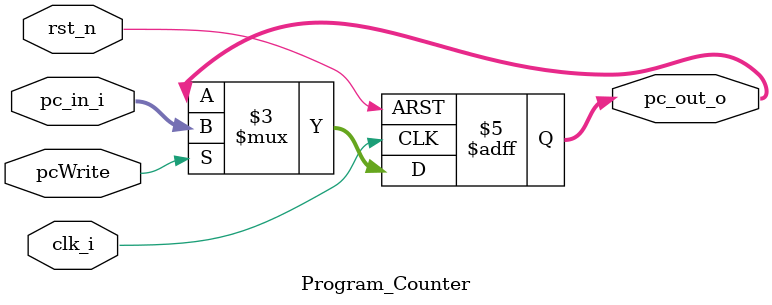
<source format=v>
module Program_Counter( clk_i, rst_n, pcWrite, pc_in_i, pc_out_o );
     
//I/O ports
input           clk_i;
input	        rst_n;
input	        pcWrite;
input  [32-1:0] pc_in_i;
output [32-1:0] pc_out_o;
 
//Internal Signals
reg    [32-1:0] pc_out_o;

//Main function
always @(posedge clk_i or negedge rst_n) begin
    if(~rst_n)
	    pc_out_o <= 0;
	else
	begin
		if(pcWrite)
			pc_out_o <= pc_in_i;
	end
end

endmodule
</source>
